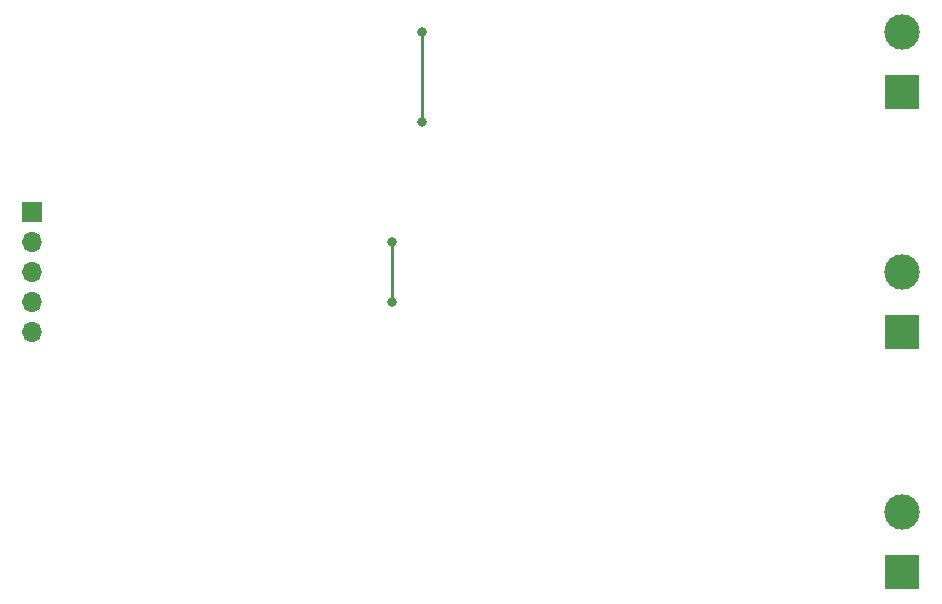
<source format=gbr>
%TF.GenerationSoftware,KiCad,Pcbnew,(6.0.0-0)*%
%TF.CreationDate,2022-01-20T15:49:37+01:00*%
%TF.ProjectId,prototype,70726f74-6f74-4797-9065-2e6b69636164,rev?*%
%TF.SameCoordinates,Original*%
%TF.FileFunction,Copper,L2,Bot*%
%TF.FilePolarity,Positive*%
%FSLAX46Y46*%
G04 Gerber Fmt 4.6, Leading zero omitted, Abs format (unit mm)*
G04 Created by KiCad (PCBNEW (6.0.0-0)) date 2022-01-20 15:49:37*
%MOMM*%
%LPD*%
G01*
G04 APERTURE LIST*
%TA.AperFunction,ComponentPad*%
%ADD10R,1.700000X1.700000*%
%TD*%
%TA.AperFunction,ComponentPad*%
%ADD11O,1.700000X1.700000*%
%TD*%
%TA.AperFunction,ComponentPad*%
%ADD12R,3.000000X3.000000*%
%TD*%
%TA.AperFunction,ComponentPad*%
%ADD13C,3.000000*%
%TD*%
%TA.AperFunction,ViaPad*%
%ADD14C,0.800000*%
%TD*%
%TA.AperFunction,Conductor*%
%ADD15C,0.250000*%
%TD*%
G04 APERTURE END LIST*
D10*
%TO.P,J1,1,Pin_1*%
%TO.N,+3V3*%
X101600000Y-71120000D03*
D11*
%TO.P,J1,2,Pin_2*%
%TO.N,GND*%
X101600000Y-73660000D03*
%TO.P,J1,3,Pin_3*%
%TO.N,Net-(J1-Pad3)*%
X101600000Y-76200000D03*
%TO.P,J1,4,Pin_4*%
%TO.N,Net-(J1-Pad4)*%
X101600000Y-78740000D03*
%TO.P,J1,5,Pin_5*%
%TO.N,Net-(J1-Pad5)*%
X101600000Y-81280000D03*
%TD*%
D12*
%TO.P,J2,1,Pin_1*%
%TO.N,Net-(D2-Pad3)*%
X175260000Y-60960000D03*
D13*
%TO.P,J2,2,Pin_2*%
%TO.N,Net-(D2-Pad4)*%
X175260000Y-55880000D03*
%TD*%
D12*
%TO.P,J4,1,Pin_1*%
%TO.N,Net-(C3-Pad2)*%
X175260000Y-81280000D03*
D13*
%TO.P,J4,2,Pin_2*%
%TO.N,Net-(Q2-Pad2)*%
X175260000Y-76200000D03*
%TD*%
D12*
%TO.P,J3,1,Pin_1*%
%TO.N,Net-(J3-Pad1)*%
X175260000Y-101600000D03*
D13*
%TO.P,J3,2,Pin_2*%
%TO.N,Net-(J3-Pad2)*%
X175260000Y-96520000D03*
%TD*%
D14*
%TO.N,Net-(C1-Pad2)*%
X134620000Y-55880000D03*
X134620000Y-63500000D03*
%TO.N,Net-(Q2-Pad3)*%
X132080000Y-78740000D03*
X132080000Y-73660000D03*
%TD*%
D15*
%TO.N,Net-(C1-Pad2)*%
X134620000Y-55880000D02*
X134620000Y-63500000D01*
%TO.N,Net-(Q2-Pad3)*%
X132080000Y-73660000D02*
X132080000Y-78740000D01*
%TD*%
M02*

</source>
